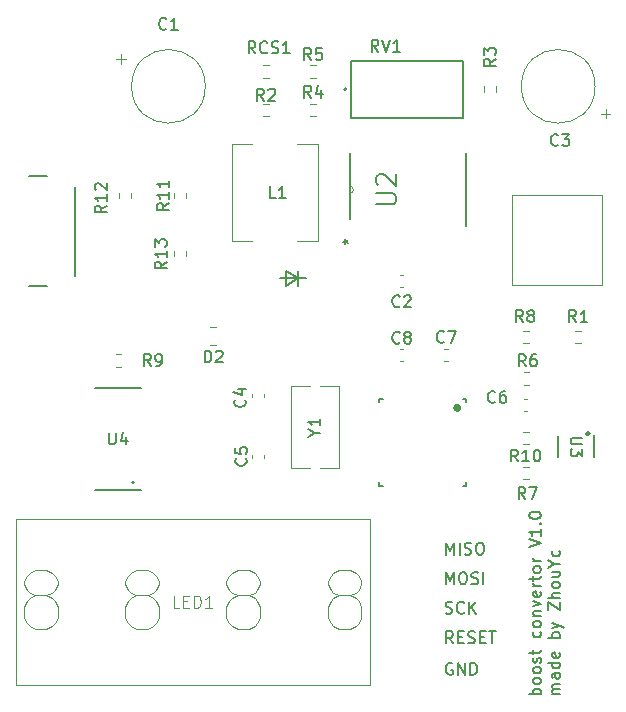
<source format=gbr>
G04 #@! TF.GenerationSoftware,KiCad,Pcbnew,9.0.4*
G04 #@! TF.CreationDate,2025-09-12T18:01:42+08:00*
G04 #@! TF.ProjectId,boost-convertor,626f6f73-742d-4636-9f6e-766572746f72,rev?*
G04 #@! TF.SameCoordinates,Original*
G04 #@! TF.FileFunction,Legend,Top*
G04 #@! TF.FilePolarity,Positive*
%FSLAX46Y46*%
G04 Gerber Fmt 4.6, Leading zero omitted, Abs format (unit mm)*
G04 Created by KiCad (PCBNEW 9.0.4) date 2025-09-12 18:01:42*
%MOMM*%
%LPD*%
G01*
G04 APERTURE LIST*
%ADD10C,0.150000*%
%ADD11C,0.100000*%
%ADD12C,0.152400*%
%ADD13C,0.200000*%
%ADD14C,0.127000*%
%ADD15C,0.225000*%
%ADD16C,0.367798*%
%ADD17C,0.120000*%
G04 APERTURE END LIST*
D10*
X134534875Y-104713220D02*
X133534875Y-104713220D01*
X133915827Y-104713220D02*
X133868208Y-104617982D01*
X133868208Y-104617982D02*
X133868208Y-104427506D01*
X133868208Y-104427506D02*
X133915827Y-104332268D01*
X133915827Y-104332268D02*
X133963446Y-104284649D01*
X133963446Y-104284649D02*
X134058684Y-104237030D01*
X134058684Y-104237030D02*
X134344398Y-104237030D01*
X134344398Y-104237030D02*
X134439636Y-104284649D01*
X134439636Y-104284649D02*
X134487256Y-104332268D01*
X134487256Y-104332268D02*
X134534875Y-104427506D01*
X134534875Y-104427506D02*
X134534875Y-104617982D01*
X134534875Y-104617982D02*
X134487256Y-104713220D01*
X134534875Y-103665601D02*
X134487256Y-103760839D01*
X134487256Y-103760839D02*
X134439636Y-103808458D01*
X134439636Y-103808458D02*
X134344398Y-103856077D01*
X134344398Y-103856077D02*
X134058684Y-103856077D01*
X134058684Y-103856077D02*
X133963446Y-103808458D01*
X133963446Y-103808458D02*
X133915827Y-103760839D01*
X133915827Y-103760839D02*
X133868208Y-103665601D01*
X133868208Y-103665601D02*
X133868208Y-103522744D01*
X133868208Y-103522744D02*
X133915827Y-103427506D01*
X133915827Y-103427506D02*
X133963446Y-103379887D01*
X133963446Y-103379887D02*
X134058684Y-103332268D01*
X134058684Y-103332268D02*
X134344398Y-103332268D01*
X134344398Y-103332268D02*
X134439636Y-103379887D01*
X134439636Y-103379887D02*
X134487256Y-103427506D01*
X134487256Y-103427506D02*
X134534875Y-103522744D01*
X134534875Y-103522744D02*
X134534875Y-103665601D01*
X134534875Y-102760839D02*
X134487256Y-102856077D01*
X134487256Y-102856077D02*
X134439636Y-102903696D01*
X134439636Y-102903696D02*
X134344398Y-102951315D01*
X134344398Y-102951315D02*
X134058684Y-102951315D01*
X134058684Y-102951315D02*
X133963446Y-102903696D01*
X133963446Y-102903696D02*
X133915827Y-102856077D01*
X133915827Y-102856077D02*
X133868208Y-102760839D01*
X133868208Y-102760839D02*
X133868208Y-102617982D01*
X133868208Y-102617982D02*
X133915827Y-102522744D01*
X133915827Y-102522744D02*
X133963446Y-102475125D01*
X133963446Y-102475125D02*
X134058684Y-102427506D01*
X134058684Y-102427506D02*
X134344398Y-102427506D01*
X134344398Y-102427506D02*
X134439636Y-102475125D01*
X134439636Y-102475125D02*
X134487256Y-102522744D01*
X134487256Y-102522744D02*
X134534875Y-102617982D01*
X134534875Y-102617982D02*
X134534875Y-102760839D01*
X134487256Y-102046553D02*
X134534875Y-101951315D01*
X134534875Y-101951315D02*
X134534875Y-101760839D01*
X134534875Y-101760839D02*
X134487256Y-101665601D01*
X134487256Y-101665601D02*
X134392017Y-101617982D01*
X134392017Y-101617982D02*
X134344398Y-101617982D01*
X134344398Y-101617982D02*
X134249160Y-101665601D01*
X134249160Y-101665601D02*
X134201541Y-101760839D01*
X134201541Y-101760839D02*
X134201541Y-101903696D01*
X134201541Y-101903696D02*
X134153922Y-101998934D01*
X134153922Y-101998934D02*
X134058684Y-102046553D01*
X134058684Y-102046553D02*
X134011065Y-102046553D01*
X134011065Y-102046553D02*
X133915827Y-101998934D01*
X133915827Y-101998934D02*
X133868208Y-101903696D01*
X133868208Y-101903696D02*
X133868208Y-101760839D01*
X133868208Y-101760839D02*
X133915827Y-101665601D01*
X133868208Y-101332267D02*
X133868208Y-100951315D01*
X133534875Y-101189410D02*
X134392017Y-101189410D01*
X134392017Y-101189410D02*
X134487256Y-101141791D01*
X134487256Y-101141791D02*
X134534875Y-101046553D01*
X134534875Y-101046553D02*
X134534875Y-100951315D01*
X134487256Y-99427505D02*
X134534875Y-99522743D01*
X134534875Y-99522743D02*
X134534875Y-99713219D01*
X134534875Y-99713219D02*
X134487256Y-99808457D01*
X134487256Y-99808457D02*
X134439636Y-99856076D01*
X134439636Y-99856076D02*
X134344398Y-99903695D01*
X134344398Y-99903695D02*
X134058684Y-99903695D01*
X134058684Y-99903695D02*
X133963446Y-99856076D01*
X133963446Y-99856076D02*
X133915827Y-99808457D01*
X133915827Y-99808457D02*
X133868208Y-99713219D01*
X133868208Y-99713219D02*
X133868208Y-99522743D01*
X133868208Y-99522743D02*
X133915827Y-99427505D01*
X134534875Y-98856076D02*
X134487256Y-98951314D01*
X134487256Y-98951314D02*
X134439636Y-98998933D01*
X134439636Y-98998933D02*
X134344398Y-99046552D01*
X134344398Y-99046552D02*
X134058684Y-99046552D01*
X134058684Y-99046552D02*
X133963446Y-98998933D01*
X133963446Y-98998933D02*
X133915827Y-98951314D01*
X133915827Y-98951314D02*
X133868208Y-98856076D01*
X133868208Y-98856076D02*
X133868208Y-98713219D01*
X133868208Y-98713219D02*
X133915827Y-98617981D01*
X133915827Y-98617981D02*
X133963446Y-98570362D01*
X133963446Y-98570362D02*
X134058684Y-98522743D01*
X134058684Y-98522743D02*
X134344398Y-98522743D01*
X134344398Y-98522743D02*
X134439636Y-98570362D01*
X134439636Y-98570362D02*
X134487256Y-98617981D01*
X134487256Y-98617981D02*
X134534875Y-98713219D01*
X134534875Y-98713219D02*
X134534875Y-98856076D01*
X133868208Y-98094171D02*
X134534875Y-98094171D01*
X133963446Y-98094171D02*
X133915827Y-98046552D01*
X133915827Y-98046552D02*
X133868208Y-97951314D01*
X133868208Y-97951314D02*
X133868208Y-97808457D01*
X133868208Y-97808457D02*
X133915827Y-97713219D01*
X133915827Y-97713219D02*
X134011065Y-97665600D01*
X134011065Y-97665600D02*
X134534875Y-97665600D01*
X133868208Y-97284647D02*
X134534875Y-97046552D01*
X134534875Y-97046552D02*
X133868208Y-96808457D01*
X134487256Y-96046552D02*
X134534875Y-96141790D01*
X134534875Y-96141790D02*
X134534875Y-96332266D01*
X134534875Y-96332266D02*
X134487256Y-96427504D01*
X134487256Y-96427504D02*
X134392017Y-96475123D01*
X134392017Y-96475123D02*
X134011065Y-96475123D01*
X134011065Y-96475123D02*
X133915827Y-96427504D01*
X133915827Y-96427504D02*
X133868208Y-96332266D01*
X133868208Y-96332266D02*
X133868208Y-96141790D01*
X133868208Y-96141790D02*
X133915827Y-96046552D01*
X133915827Y-96046552D02*
X134011065Y-95998933D01*
X134011065Y-95998933D02*
X134106303Y-95998933D01*
X134106303Y-95998933D02*
X134201541Y-96475123D01*
X134534875Y-95570361D02*
X133868208Y-95570361D01*
X134058684Y-95570361D02*
X133963446Y-95522742D01*
X133963446Y-95522742D02*
X133915827Y-95475123D01*
X133915827Y-95475123D02*
X133868208Y-95379885D01*
X133868208Y-95379885D02*
X133868208Y-95284647D01*
X133868208Y-95094170D02*
X133868208Y-94713218D01*
X133534875Y-94951313D02*
X134392017Y-94951313D01*
X134392017Y-94951313D02*
X134487256Y-94903694D01*
X134487256Y-94903694D02*
X134534875Y-94808456D01*
X134534875Y-94808456D02*
X134534875Y-94713218D01*
X134534875Y-94237027D02*
X134487256Y-94332265D01*
X134487256Y-94332265D02*
X134439636Y-94379884D01*
X134439636Y-94379884D02*
X134344398Y-94427503D01*
X134344398Y-94427503D02*
X134058684Y-94427503D01*
X134058684Y-94427503D02*
X133963446Y-94379884D01*
X133963446Y-94379884D02*
X133915827Y-94332265D01*
X133915827Y-94332265D02*
X133868208Y-94237027D01*
X133868208Y-94237027D02*
X133868208Y-94094170D01*
X133868208Y-94094170D02*
X133915827Y-93998932D01*
X133915827Y-93998932D02*
X133963446Y-93951313D01*
X133963446Y-93951313D02*
X134058684Y-93903694D01*
X134058684Y-93903694D02*
X134344398Y-93903694D01*
X134344398Y-93903694D02*
X134439636Y-93951313D01*
X134439636Y-93951313D02*
X134487256Y-93998932D01*
X134487256Y-93998932D02*
X134534875Y-94094170D01*
X134534875Y-94094170D02*
X134534875Y-94237027D01*
X134534875Y-93475122D02*
X133868208Y-93475122D01*
X134058684Y-93475122D02*
X133963446Y-93427503D01*
X133963446Y-93427503D02*
X133915827Y-93379884D01*
X133915827Y-93379884D02*
X133868208Y-93284646D01*
X133868208Y-93284646D02*
X133868208Y-93189408D01*
X133534875Y-92237026D02*
X134534875Y-91903693D01*
X134534875Y-91903693D02*
X133534875Y-91570360D01*
X134534875Y-90713217D02*
X134534875Y-91284645D01*
X134534875Y-90998931D02*
X133534875Y-90998931D01*
X133534875Y-90998931D02*
X133677732Y-91094169D01*
X133677732Y-91094169D02*
X133772970Y-91189407D01*
X133772970Y-91189407D02*
X133820589Y-91284645D01*
X134439636Y-90284645D02*
X134487256Y-90237026D01*
X134487256Y-90237026D02*
X134534875Y-90284645D01*
X134534875Y-90284645D02*
X134487256Y-90332264D01*
X134487256Y-90332264D02*
X134439636Y-90284645D01*
X134439636Y-90284645D02*
X134534875Y-90284645D01*
X133534875Y-89617979D02*
X133534875Y-89522741D01*
X133534875Y-89522741D02*
X133582494Y-89427503D01*
X133582494Y-89427503D02*
X133630113Y-89379884D01*
X133630113Y-89379884D02*
X133725351Y-89332265D01*
X133725351Y-89332265D02*
X133915827Y-89284646D01*
X133915827Y-89284646D02*
X134153922Y-89284646D01*
X134153922Y-89284646D02*
X134344398Y-89332265D01*
X134344398Y-89332265D02*
X134439636Y-89379884D01*
X134439636Y-89379884D02*
X134487256Y-89427503D01*
X134487256Y-89427503D02*
X134534875Y-89522741D01*
X134534875Y-89522741D02*
X134534875Y-89617979D01*
X134534875Y-89617979D02*
X134487256Y-89713217D01*
X134487256Y-89713217D02*
X134439636Y-89760836D01*
X134439636Y-89760836D02*
X134344398Y-89808455D01*
X134344398Y-89808455D02*
X134153922Y-89856074D01*
X134153922Y-89856074D02*
X133915827Y-89856074D01*
X133915827Y-89856074D02*
X133725351Y-89808455D01*
X133725351Y-89808455D02*
X133630113Y-89760836D01*
X133630113Y-89760836D02*
X133582494Y-89713217D01*
X133582494Y-89713217D02*
X133534875Y-89617979D01*
X136144819Y-104713220D02*
X135478152Y-104713220D01*
X135573390Y-104713220D02*
X135525771Y-104665601D01*
X135525771Y-104665601D02*
X135478152Y-104570363D01*
X135478152Y-104570363D02*
X135478152Y-104427506D01*
X135478152Y-104427506D02*
X135525771Y-104332268D01*
X135525771Y-104332268D02*
X135621009Y-104284649D01*
X135621009Y-104284649D02*
X136144819Y-104284649D01*
X135621009Y-104284649D02*
X135525771Y-104237030D01*
X135525771Y-104237030D02*
X135478152Y-104141792D01*
X135478152Y-104141792D02*
X135478152Y-103998935D01*
X135478152Y-103998935D02*
X135525771Y-103903696D01*
X135525771Y-103903696D02*
X135621009Y-103856077D01*
X135621009Y-103856077D02*
X136144819Y-103856077D01*
X136144819Y-102951316D02*
X135621009Y-102951316D01*
X135621009Y-102951316D02*
X135525771Y-102998935D01*
X135525771Y-102998935D02*
X135478152Y-103094173D01*
X135478152Y-103094173D02*
X135478152Y-103284649D01*
X135478152Y-103284649D02*
X135525771Y-103379887D01*
X136097200Y-102951316D02*
X136144819Y-103046554D01*
X136144819Y-103046554D02*
X136144819Y-103284649D01*
X136144819Y-103284649D02*
X136097200Y-103379887D01*
X136097200Y-103379887D02*
X136001961Y-103427506D01*
X136001961Y-103427506D02*
X135906723Y-103427506D01*
X135906723Y-103427506D02*
X135811485Y-103379887D01*
X135811485Y-103379887D02*
X135763866Y-103284649D01*
X135763866Y-103284649D02*
X135763866Y-103046554D01*
X135763866Y-103046554D02*
X135716247Y-102951316D01*
X136144819Y-102046554D02*
X135144819Y-102046554D01*
X136097200Y-102046554D02*
X136144819Y-102141792D01*
X136144819Y-102141792D02*
X136144819Y-102332268D01*
X136144819Y-102332268D02*
X136097200Y-102427506D01*
X136097200Y-102427506D02*
X136049580Y-102475125D01*
X136049580Y-102475125D02*
X135954342Y-102522744D01*
X135954342Y-102522744D02*
X135668628Y-102522744D01*
X135668628Y-102522744D02*
X135573390Y-102475125D01*
X135573390Y-102475125D02*
X135525771Y-102427506D01*
X135525771Y-102427506D02*
X135478152Y-102332268D01*
X135478152Y-102332268D02*
X135478152Y-102141792D01*
X135478152Y-102141792D02*
X135525771Y-102046554D01*
X136097200Y-101189411D02*
X136144819Y-101284649D01*
X136144819Y-101284649D02*
X136144819Y-101475125D01*
X136144819Y-101475125D02*
X136097200Y-101570363D01*
X136097200Y-101570363D02*
X136001961Y-101617982D01*
X136001961Y-101617982D02*
X135621009Y-101617982D01*
X135621009Y-101617982D02*
X135525771Y-101570363D01*
X135525771Y-101570363D02*
X135478152Y-101475125D01*
X135478152Y-101475125D02*
X135478152Y-101284649D01*
X135478152Y-101284649D02*
X135525771Y-101189411D01*
X135525771Y-101189411D02*
X135621009Y-101141792D01*
X135621009Y-101141792D02*
X135716247Y-101141792D01*
X135716247Y-101141792D02*
X135811485Y-101617982D01*
X136144819Y-99951315D02*
X135144819Y-99951315D01*
X135525771Y-99951315D02*
X135478152Y-99856077D01*
X135478152Y-99856077D02*
X135478152Y-99665601D01*
X135478152Y-99665601D02*
X135525771Y-99570363D01*
X135525771Y-99570363D02*
X135573390Y-99522744D01*
X135573390Y-99522744D02*
X135668628Y-99475125D01*
X135668628Y-99475125D02*
X135954342Y-99475125D01*
X135954342Y-99475125D02*
X136049580Y-99522744D01*
X136049580Y-99522744D02*
X136097200Y-99570363D01*
X136097200Y-99570363D02*
X136144819Y-99665601D01*
X136144819Y-99665601D02*
X136144819Y-99856077D01*
X136144819Y-99856077D02*
X136097200Y-99951315D01*
X135478152Y-99141791D02*
X136144819Y-98903696D01*
X135478152Y-98665601D02*
X136144819Y-98903696D01*
X136144819Y-98903696D02*
X136382914Y-98998934D01*
X136382914Y-98998934D02*
X136430533Y-99046553D01*
X136430533Y-99046553D02*
X136478152Y-99141791D01*
X135144819Y-97617981D02*
X135144819Y-96951315D01*
X135144819Y-96951315D02*
X136144819Y-97617981D01*
X136144819Y-97617981D02*
X136144819Y-96951315D01*
X136144819Y-96570362D02*
X135144819Y-96570362D01*
X136144819Y-96141791D02*
X135621009Y-96141791D01*
X135621009Y-96141791D02*
X135525771Y-96189410D01*
X135525771Y-96189410D02*
X135478152Y-96284648D01*
X135478152Y-96284648D02*
X135478152Y-96427505D01*
X135478152Y-96427505D02*
X135525771Y-96522743D01*
X135525771Y-96522743D02*
X135573390Y-96570362D01*
X136144819Y-95522743D02*
X136097200Y-95617981D01*
X136097200Y-95617981D02*
X136049580Y-95665600D01*
X136049580Y-95665600D02*
X135954342Y-95713219D01*
X135954342Y-95713219D02*
X135668628Y-95713219D01*
X135668628Y-95713219D02*
X135573390Y-95665600D01*
X135573390Y-95665600D02*
X135525771Y-95617981D01*
X135525771Y-95617981D02*
X135478152Y-95522743D01*
X135478152Y-95522743D02*
X135478152Y-95379886D01*
X135478152Y-95379886D02*
X135525771Y-95284648D01*
X135525771Y-95284648D02*
X135573390Y-95237029D01*
X135573390Y-95237029D02*
X135668628Y-95189410D01*
X135668628Y-95189410D02*
X135954342Y-95189410D01*
X135954342Y-95189410D02*
X136049580Y-95237029D01*
X136049580Y-95237029D02*
X136097200Y-95284648D01*
X136097200Y-95284648D02*
X136144819Y-95379886D01*
X136144819Y-95379886D02*
X136144819Y-95522743D01*
X135478152Y-94332267D02*
X136144819Y-94332267D01*
X135478152Y-94760838D02*
X136001961Y-94760838D01*
X136001961Y-94760838D02*
X136097200Y-94713219D01*
X136097200Y-94713219D02*
X136144819Y-94617981D01*
X136144819Y-94617981D02*
X136144819Y-94475124D01*
X136144819Y-94475124D02*
X136097200Y-94379886D01*
X136097200Y-94379886D02*
X136049580Y-94332267D01*
X135668628Y-93665600D02*
X136144819Y-93665600D01*
X135144819Y-93998933D02*
X135668628Y-93665600D01*
X135668628Y-93665600D02*
X135144819Y-93332267D01*
X136097200Y-92570362D02*
X136144819Y-92665600D01*
X136144819Y-92665600D02*
X136144819Y-92856076D01*
X136144819Y-92856076D02*
X136097200Y-92951314D01*
X136097200Y-92951314D02*
X136049580Y-92998933D01*
X136049580Y-92998933D02*
X135954342Y-93046552D01*
X135954342Y-93046552D02*
X135668628Y-93046552D01*
X135668628Y-93046552D02*
X135573390Y-92998933D01*
X135573390Y-92998933D02*
X135525771Y-92951314D01*
X135525771Y-92951314D02*
X135478152Y-92856076D01*
X135478152Y-92856076D02*
X135478152Y-92665600D01*
X135478152Y-92665600D02*
X135525771Y-92570362D01*
X97948095Y-82574819D02*
X97948095Y-83384342D01*
X97948095Y-83384342D02*
X97995714Y-83479580D01*
X97995714Y-83479580D02*
X98043333Y-83527200D01*
X98043333Y-83527200D02*
X98138571Y-83574819D01*
X98138571Y-83574819D02*
X98329047Y-83574819D01*
X98329047Y-83574819D02*
X98424285Y-83527200D01*
X98424285Y-83527200D02*
X98471904Y-83479580D01*
X98471904Y-83479580D02*
X98519523Y-83384342D01*
X98519523Y-83384342D02*
X98519523Y-82574819D01*
X99424285Y-82908152D02*
X99424285Y-83574819D01*
X99186190Y-82527200D02*
X98948095Y-83241485D01*
X98948095Y-83241485D02*
X99567142Y-83241485D01*
D11*
X103930952Y-97377419D02*
X103454762Y-97377419D01*
X103454762Y-97377419D02*
X103454762Y-96377419D01*
X104264286Y-96853609D02*
X104597619Y-96853609D01*
X104740476Y-97377419D02*
X104264286Y-97377419D01*
X104264286Y-97377419D02*
X104264286Y-96377419D01*
X104264286Y-96377419D02*
X104740476Y-96377419D01*
X105169048Y-97377419D02*
X105169048Y-96377419D01*
X105169048Y-96377419D02*
X105407143Y-96377419D01*
X105407143Y-96377419D02*
X105550000Y-96425038D01*
X105550000Y-96425038D02*
X105645238Y-96520276D01*
X105645238Y-96520276D02*
X105692857Y-96615514D01*
X105692857Y-96615514D02*
X105740476Y-96805990D01*
X105740476Y-96805990D02*
X105740476Y-96948847D01*
X105740476Y-96948847D02*
X105692857Y-97139323D01*
X105692857Y-97139323D02*
X105645238Y-97234561D01*
X105645238Y-97234561D02*
X105550000Y-97329800D01*
X105550000Y-97329800D02*
X105407143Y-97377419D01*
X105407143Y-97377419D02*
X105169048Y-97377419D01*
X106692857Y-97377419D02*
X106121429Y-97377419D01*
X106407143Y-97377419D02*
X106407143Y-96377419D01*
X106407143Y-96377419D02*
X106311905Y-96520276D01*
X106311905Y-96520276D02*
X106216667Y-96615514D01*
X106216667Y-96615514D02*
X106121429Y-96663133D01*
X91720550Y-96345752D02*
X91244360Y-96107657D01*
X91244360Y-96107657D02*
X91006265Y-95869561D01*
X91006265Y-95869561D02*
X90768169Y-95393371D01*
X90768169Y-95393371D02*
X90768169Y-95155276D01*
X90768169Y-95155276D02*
X91006265Y-94679085D01*
X91006265Y-94679085D02*
X91244360Y-94440990D01*
X91244360Y-94440990D02*
X91720550Y-94202895D01*
X91720550Y-94202895D02*
X92672931Y-94202895D01*
X92672931Y-94202895D02*
X93149122Y-94440990D01*
X93149122Y-94440990D02*
X93387217Y-94679085D01*
X93387217Y-94679085D02*
X93625312Y-95155276D01*
X93625312Y-95155276D02*
X93625312Y-95393371D01*
X93625312Y-95393371D02*
X93387217Y-95869561D01*
X93387217Y-95869561D02*
X93149122Y-96107657D01*
X93149122Y-96107657D02*
X92672931Y-96345752D01*
X92672931Y-96345752D02*
X91720550Y-96345752D01*
X91720550Y-96345752D02*
X91244360Y-96583847D01*
X91244360Y-96583847D02*
X91006265Y-96821942D01*
X91006265Y-96821942D02*
X90768169Y-97298133D01*
X90768169Y-97298133D02*
X90768169Y-98250514D01*
X90768169Y-98250514D02*
X91006265Y-98726704D01*
X91006265Y-98726704D02*
X91244360Y-98964800D01*
X91244360Y-98964800D02*
X91720550Y-99202895D01*
X91720550Y-99202895D02*
X92672931Y-99202895D01*
X92672931Y-99202895D02*
X93149122Y-98964800D01*
X93149122Y-98964800D02*
X93387217Y-98726704D01*
X93387217Y-98726704D02*
X93625312Y-98250514D01*
X93625312Y-98250514D02*
X93625312Y-97298133D01*
X93625312Y-97298133D02*
X93387217Y-96821942D01*
X93387217Y-96821942D02*
X93149122Y-96583847D01*
X93149122Y-96583847D02*
X92672931Y-96345752D01*
X100291979Y-96345752D02*
X99815789Y-96107657D01*
X99815789Y-96107657D02*
X99577694Y-95869561D01*
X99577694Y-95869561D02*
X99339598Y-95393371D01*
X99339598Y-95393371D02*
X99339598Y-95155276D01*
X99339598Y-95155276D02*
X99577694Y-94679085D01*
X99577694Y-94679085D02*
X99815789Y-94440990D01*
X99815789Y-94440990D02*
X100291979Y-94202895D01*
X100291979Y-94202895D02*
X101244360Y-94202895D01*
X101244360Y-94202895D02*
X101720551Y-94440990D01*
X101720551Y-94440990D02*
X101958646Y-94679085D01*
X101958646Y-94679085D02*
X102196741Y-95155276D01*
X102196741Y-95155276D02*
X102196741Y-95393371D01*
X102196741Y-95393371D02*
X101958646Y-95869561D01*
X101958646Y-95869561D02*
X101720551Y-96107657D01*
X101720551Y-96107657D02*
X101244360Y-96345752D01*
X101244360Y-96345752D02*
X100291979Y-96345752D01*
X100291979Y-96345752D02*
X99815789Y-96583847D01*
X99815789Y-96583847D02*
X99577694Y-96821942D01*
X99577694Y-96821942D02*
X99339598Y-97298133D01*
X99339598Y-97298133D02*
X99339598Y-98250514D01*
X99339598Y-98250514D02*
X99577694Y-98726704D01*
X99577694Y-98726704D02*
X99815789Y-98964800D01*
X99815789Y-98964800D02*
X100291979Y-99202895D01*
X100291979Y-99202895D02*
X101244360Y-99202895D01*
X101244360Y-99202895D02*
X101720551Y-98964800D01*
X101720551Y-98964800D02*
X101958646Y-98726704D01*
X101958646Y-98726704D02*
X102196741Y-98250514D01*
X102196741Y-98250514D02*
X102196741Y-97298133D01*
X102196741Y-97298133D02*
X101958646Y-96821942D01*
X101958646Y-96821942D02*
X101720551Y-96583847D01*
X101720551Y-96583847D02*
X101244360Y-96345752D01*
X108863408Y-96345752D02*
X108387218Y-96107657D01*
X108387218Y-96107657D02*
X108149123Y-95869561D01*
X108149123Y-95869561D02*
X107911027Y-95393371D01*
X107911027Y-95393371D02*
X107911027Y-95155276D01*
X107911027Y-95155276D02*
X108149123Y-94679085D01*
X108149123Y-94679085D02*
X108387218Y-94440990D01*
X108387218Y-94440990D02*
X108863408Y-94202895D01*
X108863408Y-94202895D02*
X109815789Y-94202895D01*
X109815789Y-94202895D02*
X110291980Y-94440990D01*
X110291980Y-94440990D02*
X110530075Y-94679085D01*
X110530075Y-94679085D02*
X110768170Y-95155276D01*
X110768170Y-95155276D02*
X110768170Y-95393371D01*
X110768170Y-95393371D02*
X110530075Y-95869561D01*
X110530075Y-95869561D02*
X110291980Y-96107657D01*
X110291980Y-96107657D02*
X109815789Y-96345752D01*
X109815789Y-96345752D02*
X108863408Y-96345752D01*
X108863408Y-96345752D02*
X108387218Y-96583847D01*
X108387218Y-96583847D02*
X108149123Y-96821942D01*
X108149123Y-96821942D02*
X107911027Y-97298133D01*
X107911027Y-97298133D02*
X107911027Y-98250514D01*
X107911027Y-98250514D02*
X108149123Y-98726704D01*
X108149123Y-98726704D02*
X108387218Y-98964800D01*
X108387218Y-98964800D02*
X108863408Y-99202895D01*
X108863408Y-99202895D02*
X109815789Y-99202895D01*
X109815789Y-99202895D02*
X110291980Y-98964800D01*
X110291980Y-98964800D02*
X110530075Y-98726704D01*
X110530075Y-98726704D02*
X110768170Y-98250514D01*
X110768170Y-98250514D02*
X110768170Y-97298133D01*
X110768170Y-97298133D02*
X110530075Y-96821942D01*
X110530075Y-96821942D02*
X110291980Y-96583847D01*
X110291980Y-96583847D02*
X109815789Y-96345752D01*
X117434837Y-96345752D02*
X116958647Y-96107657D01*
X116958647Y-96107657D02*
X116720552Y-95869561D01*
X116720552Y-95869561D02*
X116482456Y-95393371D01*
X116482456Y-95393371D02*
X116482456Y-95155276D01*
X116482456Y-95155276D02*
X116720552Y-94679085D01*
X116720552Y-94679085D02*
X116958647Y-94440990D01*
X116958647Y-94440990D02*
X117434837Y-94202895D01*
X117434837Y-94202895D02*
X118387218Y-94202895D01*
X118387218Y-94202895D02*
X118863409Y-94440990D01*
X118863409Y-94440990D02*
X119101504Y-94679085D01*
X119101504Y-94679085D02*
X119339599Y-95155276D01*
X119339599Y-95155276D02*
X119339599Y-95393371D01*
X119339599Y-95393371D02*
X119101504Y-95869561D01*
X119101504Y-95869561D02*
X118863409Y-96107657D01*
X118863409Y-96107657D02*
X118387218Y-96345752D01*
X118387218Y-96345752D02*
X117434837Y-96345752D01*
X117434837Y-96345752D02*
X116958647Y-96583847D01*
X116958647Y-96583847D02*
X116720552Y-96821942D01*
X116720552Y-96821942D02*
X116482456Y-97298133D01*
X116482456Y-97298133D02*
X116482456Y-98250514D01*
X116482456Y-98250514D02*
X116720552Y-98726704D01*
X116720552Y-98726704D02*
X116958647Y-98964800D01*
X116958647Y-98964800D02*
X117434837Y-99202895D01*
X117434837Y-99202895D02*
X118387218Y-99202895D01*
X118387218Y-99202895D02*
X118863409Y-98964800D01*
X118863409Y-98964800D02*
X119101504Y-98726704D01*
X119101504Y-98726704D02*
X119339599Y-98250514D01*
X119339599Y-98250514D02*
X119339599Y-97298133D01*
X119339599Y-97298133D02*
X119101504Y-96821942D01*
X119101504Y-96821942D02*
X118863409Y-96583847D01*
X118863409Y-96583847D02*
X118387218Y-96345752D01*
D10*
X138045180Y-82988095D02*
X137235657Y-82988095D01*
X137235657Y-82988095D02*
X137140419Y-83035714D01*
X137140419Y-83035714D02*
X137092800Y-83083333D01*
X137092800Y-83083333D02*
X137045180Y-83178571D01*
X137045180Y-83178571D02*
X137045180Y-83369047D01*
X137045180Y-83369047D02*
X137092800Y-83464285D01*
X137092800Y-83464285D02*
X137140419Y-83511904D01*
X137140419Y-83511904D02*
X137235657Y-83559523D01*
X137235657Y-83559523D02*
X138045180Y-83559523D01*
X138045180Y-83940476D02*
X138045180Y-84559523D01*
X138045180Y-84559523D02*
X137664228Y-84226190D01*
X137664228Y-84226190D02*
X137664228Y-84369047D01*
X137664228Y-84369047D02*
X137616609Y-84464285D01*
X137616609Y-84464285D02*
X137568990Y-84511904D01*
X137568990Y-84511904D02*
X137473752Y-84559523D01*
X137473752Y-84559523D02*
X137235657Y-84559523D01*
X137235657Y-84559523D02*
X137140419Y-84511904D01*
X137140419Y-84511904D02*
X137092800Y-84464285D01*
X137092800Y-84464285D02*
X137045180Y-84369047D01*
X137045180Y-84369047D02*
X137045180Y-84083333D01*
X137045180Y-84083333D02*
X137092800Y-83988095D01*
X137092800Y-83988095D02*
X137140419Y-83940476D01*
X109559580Y-84741666D02*
X109607200Y-84789285D01*
X109607200Y-84789285D02*
X109654819Y-84932142D01*
X109654819Y-84932142D02*
X109654819Y-85027380D01*
X109654819Y-85027380D02*
X109607200Y-85170237D01*
X109607200Y-85170237D02*
X109511961Y-85265475D01*
X109511961Y-85265475D02*
X109416723Y-85313094D01*
X109416723Y-85313094D02*
X109226247Y-85360713D01*
X109226247Y-85360713D02*
X109083390Y-85360713D01*
X109083390Y-85360713D02*
X108892914Y-85313094D01*
X108892914Y-85313094D02*
X108797676Y-85265475D01*
X108797676Y-85265475D02*
X108702438Y-85170237D01*
X108702438Y-85170237D02*
X108654819Y-85027380D01*
X108654819Y-85027380D02*
X108654819Y-84932142D01*
X108654819Y-84932142D02*
X108702438Y-84789285D01*
X108702438Y-84789285D02*
X108750057Y-84741666D01*
X108654819Y-83836904D02*
X108654819Y-84313094D01*
X108654819Y-84313094D02*
X109131009Y-84360713D01*
X109131009Y-84360713D02*
X109083390Y-84313094D01*
X109083390Y-84313094D02*
X109035771Y-84217856D01*
X109035771Y-84217856D02*
X109035771Y-83979761D01*
X109035771Y-83979761D02*
X109083390Y-83884523D01*
X109083390Y-83884523D02*
X109131009Y-83836904D01*
X109131009Y-83836904D02*
X109226247Y-83789285D01*
X109226247Y-83789285D02*
X109464342Y-83789285D01*
X109464342Y-83789285D02*
X109559580Y-83836904D01*
X109559580Y-83836904D02*
X109607200Y-83884523D01*
X109607200Y-83884523D02*
X109654819Y-83979761D01*
X109654819Y-83979761D02*
X109654819Y-84217856D01*
X109654819Y-84217856D02*
X109607200Y-84313094D01*
X109607200Y-84313094D02*
X109559580Y-84360713D01*
X120610896Y-63249523D02*
X121938515Y-63249523D01*
X121938515Y-63249523D02*
X122094705Y-63171428D01*
X122094705Y-63171428D02*
X122172801Y-63093333D01*
X122172801Y-63093333D02*
X122250896Y-62937142D01*
X122250896Y-62937142D02*
X122250896Y-62624761D01*
X122250896Y-62624761D02*
X122172801Y-62468571D01*
X122172801Y-62468571D02*
X122094705Y-62390476D01*
X122094705Y-62390476D02*
X121938515Y-62312380D01*
X121938515Y-62312380D02*
X120610896Y-62312380D01*
X120767086Y-61609524D02*
X120688991Y-61531428D01*
X120688991Y-61531428D02*
X120610896Y-61375238D01*
X120610896Y-61375238D02*
X120610896Y-60984762D01*
X120610896Y-60984762D02*
X120688991Y-60828571D01*
X120688991Y-60828571D02*
X120767086Y-60750476D01*
X120767086Y-60750476D02*
X120923277Y-60672381D01*
X120923277Y-60672381D02*
X121079467Y-60672381D01*
X121079467Y-60672381D02*
X121313753Y-60750476D01*
X121313753Y-60750476D02*
X122250896Y-61687619D01*
X122250896Y-61687619D02*
X122250896Y-60672381D01*
X117777219Y-66394199D02*
X118015314Y-66394199D01*
X117920076Y-66632294D02*
X118015314Y-66394199D01*
X118015314Y-66394199D02*
X117920076Y-66156104D01*
X118205790Y-66537056D02*
X118015314Y-66394199D01*
X118015314Y-66394199D02*
X118205790Y-66251342D01*
X122583333Y-74929580D02*
X122535714Y-74977200D01*
X122535714Y-74977200D02*
X122392857Y-75024819D01*
X122392857Y-75024819D02*
X122297619Y-75024819D01*
X122297619Y-75024819D02*
X122154762Y-74977200D01*
X122154762Y-74977200D02*
X122059524Y-74881961D01*
X122059524Y-74881961D02*
X122011905Y-74786723D01*
X122011905Y-74786723D02*
X121964286Y-74596247D01*
X121964286Y-74596247D02*
X121964286Y-74453390D01*
X121964286Y-74453390D02*
X122011905Y-74262914D01*
X122011905Y-74262914D02*
X122059524Y-74167676D01*
X122059524Y-74167676D02*
X122154762Y-74072438D01*
X122154762Y-74072438D02*
X122297619Y-74024819D01*
X122297619Y-74024819D02*
X122392857Y-74024819D01*
X122392857Y-74024819D02*
X122535714Y-74072438D01*
X122535714Y-74072438D02*
X122583333Y-74120057D01*
X123154762Y-74453390D02*
X123059524Y-74405771D01*
X123059524Y-74405771D02*
X123011905Y-74358152D01*
X123011905Y-74358152D02*
X122964286Y-74262914D01*
X122964286Y-74262914D02*
X122964286Y-74215295D01*
X122964286Y-74215295D02*
X123011905Y-74120057D01*
X123011905Y-74120057D02*
X123059524Y-74072438D01*
X123059524Y-74072438D02*
X123154762Y-74024819D01*
X123154762Y-74024819D02*
X123345238Y-74024819D01*
X123345238Y-74024819D02*
X123440476Y-74072438D01*
X123440476Y-74072438D02*
X123488095Y-74120057D01*
X123488095Y-74120057D02*
X123535714Y-74215295D01*
X123535714Y-74215295D02*
X123535714Y-74262914D01*
X123535714Y-74262914D02*
X123488095Y-74358152D01*
X123488095Y-74358152D02*
X123440476Y-74405771D01*
X123440476Y-74405771D02*
X123345238Y-74453390D01*
X123345238Y-74453390D02*
X123154762Y-74453390D01*
X123154762Y-74453390D02*
X123059524Y-74501009D01*
X123059524Y-74501009D02*
X123011905Y-74548628D01*
X123011905Y-74548628D02*
X122964286Y-74643866D01*
X122964286Y-74643866D02*
X122964286Y-74834342D01*
X122964286Y-74834342D02*
X123011905Y-74929580D01*
X123011905Y-74929580D02*
X123059524Y-74977200D01*
X123059524Y-74977200D02*
X123154762Y-75024819D01*
X123154762Y-75024819D02*
X123345238Y-75024819D01*
X123345238Y-75024819D02*
X123440476Y-74977200D01*
X123440476Y-74977200D02*
X123488095Y-74929580D01*
X123488095Y-74929580D02*
X123535714Y-74834342D01*
X123535714Y-74834342D02*
X123535714Y-74643866D01*
X123535714Y-74643866D02*
X123488095Y-74548628D01*
X123488095Y-74548628D02*
X123440476Y-74501009D01*
X123440476Y-74501009D02*
X123345238Y-74453390D01*
X109459580Y-79766666D02*
X109507200Y-79814285D01*
X109507200Y-79814285D02*
X109554819Y-79957142D01*
X109554819Y-79957142D02*
X109554819Y-80052380D01*
X109554819Y-80052380D02*
X109507200Y-80195237D01*
X109507200Y-80195237D02*
X109411961Y-80290475D01*
X109411961Y-80290475D02*
X109316723Y-80338094D01*
X109316723Y-80338094D02*
X109126247Y-80385713D01*
X109126247Y-80385713D02*
X108983390Y-80385713D01*
X108983390Y-80385713D02*
X108792914Y-80338094D01*
X108792914Y-80338094D02*
X108697676Y-80290475D01*
X108697676Y-80290475D02*
X108602438Y-80195237D01*
X108602438Y-80195237D02*
X108554819Y-80052380D01*
X108554819Y-80052380D02*
X108554819Y-79957142D01*
X108554819Y-79957142D02*
X108602438Y-79814285D01*
X108602438Y-79814285D02*
X108650057Y-79766666D01*
X108888152Y-78909523D02*
X109554819Y-78909523D01*
X108507200Y-79147618D02*
X109221485Y-79385713D01*
X109221485Y-79385713D02*
X109221485Y-78766666D01*
X110357142Y-50454819D02*
X110023809Y-49978628D01*
X109785714Y-50454819D02*
X109785714Y-49454819D01*
X109785714Y-49454819D02*
X110166666Y-49454819D01*
X110166666Y-49454819D02*
X110261904Y-49502438D01*
X110261904Y-49502438D02*
X110309523Y-49550057D01*
X110309523Y-49550057D02*
X110357142Y-49645295D01*
X110357142Y-49645295D02*
X110357142Y-49788152D01*
X110357142Y-49788152D02*
X110309523Y-49883390D01*
X110309523Y-49883390D02*
X110261904Y-49931009D01*
X110261904Y-49931009D02*
X110166666Y-49978628D01*
X110166666Y-49978628D02*
X109785714Y-49978628D01*
X111357142Y-50359580D02*
X111309523Y-50407200D01*
X111309523Y-50407200D02*
X111166666Y-50454819D01*
X111166666Y-50454819D02*
X111071428Y-50454819D01*
X111071428Y-50454819D02*
X110928571Y-50407200D01*
X110928571Y-50407200D02*
X110833333Y-50311961D01*
X110833333Y-50311961D02*
X110785714Y-50216723D01*
X110785714Y-50216723D02*
X110738095Y-50026247D01*
X110738095Y-50026247D02*
X110738095Y-49883390D01*
X110738095Y-49883390D02*
X110785714Y-49692914D01*
X110785714Y-49692914D02*
X110833333Y-49597676D01*
X110833333Y-49597676D02*
X110928571Y-49502438D01*
X110928571Y-49502438D02*
X111071428Y-49454819D01*
X111071428Y-49454819D02*
X111166666Y-49454819D01*
X111166666Y-49454819D02*
X111309523Y-49502438D01*
X111309523Y-49502438D02*
X111357142Y-49550057D01*
X111738095Y-50407200D02*
X111880952Y-50454819D01*
X111880952Y-50454819D02*
X112119047Y-50454819D01*
X112119047Y-50454819D02*
X112214285Y-50407200D01*
X112214285Y-50407200D02*
X112261904Y-50359580D01*
X112261904Y-50359580D02*
X112309523Y-50264342D01*
X112309523Y-50264342D02*
X112309523Y-50169104D01*
X112309523Y-50169104D02*
X112261904Y-50073866D01*
X112261904Y-50073866D02*
X112214285Y-50026247D01*
X112214285Y-50026247D02*
X112119047Y-49978628D01*
X112119047Y-49978628D02*
X111928571Y-49931009D01*
X111928571Y-49931009D02*
X111833333Y-49883390D01*
X111833333Y-49883390D02*
X111785714Y-49835771D01*
X111785714Y-49835771D02*
X111738095Y-49740533D01*
X111738095Y-49740533D02*
X111738095Y-49645295D01*
X111738095Y-49645295D02*
X111785714Y-49550057D01*
X111785714Y-49550057D02*
X111833333Y-49502438D01*
X111833333Y-49502438D02*
X111928571Y-49454819D01*
X111928571Y-49454819D02*
X112166666Y-49454819D01*
X112166666Y-49454819D02*
X112309523Y-49502438D01*
X113261904Y-50454819D02*
X112690476Y-50454819D01*
X112976190Y-50454819D02*
X112976190Y-49454819D01*
X112976190Y-49454819D02*
X112880952Y-49597676D01*
X112880952Y-49597676D02*
X112785714Y-49692914D01*
X112785714Y-49692914D02*
X112690476Y-49740533D01*
X97754819Y-63342857D02*
X97278628Y-63676190D01*
X97754819Y-63914285D02*
X96754819Y-63914285D01*
X96754819Y-63914285D02*
X96754819Y-63533333D01*
X96754819Y-63533333D02*
X96802438Y-63438095D01*
X96802438Y-63438095D02*
X96850057Y-63390476D01*
X96850057Y-63390476D02*
X96945295Y-63342857D01*
X96945295Y-63342857D02*
X97088152Y-63342857D01*
X97088152Y-63342857D02*
X97183390Y-63390476D01*
X97183390Y-63390476D02*
X97231009Y-63438095D01*
X97231009Y-63438095D02*
X97278628Y-63533333D01*
X97278628Y-63533333D02*
X97278628Y-63914285D01*
X97754819Y-62390476D02*
X97754819Y-62961904D01*
X97754819Y-62676190D02*
X96754819Y-62676190D01*
X96754819Y-62676190D02*
X96897676Y-62771428D01*
X96897676Y-62771428D02*
X96992914Y-62866666D01*
X96992914Y-62866666D02*
X97040533Y-62961904D01*
X96850057Y-62009523D02*
X96802438Y-61961904D01*
X96802438Y-61961904D02*
X96754819Y-61866666D01*
X96754819Y-61866666D02*
X96754819Y-61628571D01*
X96754819Y-61628571D02*
X96802438Y-61533333D01*
X96802438Y-61533333D02*
X96850057Y-61485714D01*
X96850057Y-61485714D02*
X96945295Y-61438095D01*
X96945295Y-61438095D02*
X97040533Y-61438095D01*
X97040533Y-61438095D02*
X97183390Y-61485714D01*
X97183390Y-61485714D02*
X97754819Y-62057142D01*
X97754819Y-62057142D02*
X97754819Y-61438095D01*
X115083333Y-54204819D02*
X114750000Y-53728628D01*
X114511905Y-54204819D02*
X114511905Y-53204819D01*
X114511905Y-53204819D02*
X114892857Y-53204819D01*
X114892857Y-53204819D02*
X114988095Y-53252438D01*
X114988095Y-53252438D02*
X115035714Y-53300057D01*
X115035714Y-53300057D02*
X115083333Y-53395295D01*
X115083333Y-53395295D02*
X115083333Y-53538152D01*
X115083333Y-53538152D02*
X115035714Y-53633390D01*
X115035714Y-53633390D02*
X114988095Y-53681009D01*
X114988095Y-53681009D02*
X114892857Y-53728628D01*
X114892857Y-53728628D02*
X114511905Y-53728628D01*
X115940476Y-53538152D02*
X115940476Y-54204819D01*
X115702381Y-53157200D02*
X115464286Y-53871485D01*
X115464286Y-53871485D02*
X116083333Y-53871485D01*
X106061905Y-76629819D02*
X106061905Y-75629819D01*
X106061905Y-75629819D02*
X106300000Y-75629819D01*
X106300000Y-75629819D02*
X106442857Y-75677438D01*
X106442857Y-75677438D02*
X106538095Y-75772676D01*
X106538095Y-75772676D02*
X106585714Y-75867914D01*
X106585714Y-75867914D02*
X106633333Y-76058390D01*
X106633333Y-76058390D02*
X106633333Y-76201247D01*
X106633333Y-76201247D02*
X106585714Y-76391723D01*
X106585714Y-76391723D02*
X106538095Y-76486961D01*
X106538095Y-76486961D02*
X106442857Y-76582200D01*
X106442857Y-76582200D02*
X106300000Y-76629819D01*
X106300000Y-76629819D02*
X106061905Y-76629819D01*
X107014286Y-75725057D02*
X107061905Y-75677438D01*
X107061905Y-75677438D02*
X107157143Y-75629819D01*
X107157143Y-75629819D02*
X107395238Y-75629819D01*
X107395238Y-75629819D02*
X107490476Y-75677438D01*
X107490476Y-75677438D02*
X107538095Y-75725057D01*
X107538095Y-75725057D02*
X107585714Y-75820295D01*
X107585714Y-75820295D02*
X107585714Y-75915533D01*
X107585714Y-75915533D02*
X107538095Y-76058390D01*
X107538095Y-76058390D02*
X106966667Y-76629819D01*
X106966667Y-76629819D02*
X107585714Y-76629819D01*
X115083333Y-51024819D02*
X114750000Y-50548628D01*
X114511905Y-51024819D02*
X114511905Y-50024819D01*
X114511905Y-50024819D02*
X114892857Y-50024819D01*
X114892857Y-50024819D02*
X114988095Y-50072438D01*
X114988095Y-50072438D02*
X115035714Y-50120057D01*
X115035714Y-50120057D02*
X115083333Y-50215295D01*
X115083333Y-50215295D02*
X115083333Y-50358152D01*
X115083333Y-50358152D02*
X115035714Y-50453390D01*
X115035714Y-50453390D02*
X114988095Y-50501009D01*
X114988095Y-50501009D02*
X114892857Y-50548628D01*
X114892857Y-50548628D02*
X114511905Y-50548628D01*
X115988095Y-50024819D02*
X115511905Y-50024819D01*
X115511905Y-50024819D02*
X115464286Y-50501009D01*
X115464286Y-50501009D02*
X115511905Y-50453390D01*
X115511905Y-50453390D02*
X115607143Y-50405771D01*
X115607143Y-50405771D02*
X115845238Y-50405771D01*
X115845238Y-50405771D02*
X115940476Y-50453390D01*
X115940476Y-50453390D02*
X115988095Y-50501009D01*
X115988095Y-50501009D02*
X116035714Y-50596247D01*
X116035714Y-50596247D02*
X116035714Y-50834342D01*
X116035714Y-50834342D02*
X115988095Y-50929580D01*
X115988095Y-50929580D02*
X115940476Y-50977200D01*
X115940476Y-50977200D02*
X115845238Y-51024819D01*
X115845238Y-51024819D02*
X115607143Y-51024819D01*
X115607143Y-51024819D02*
X115511905Y-50977200D01*
X115511905Y-50977200D02*
X115464286Y-50929580D01*
X133213333Y-88194819D02*
X132880000Y-87718628D01*
X132641905Y-88194819D02*
X132641905Y-87194819D01*
X132641905Y-87194819D02*
X133022857Y-87194819D01*
X133022857Y-87194819D02*
X133118095Y-87242438D01*
X133118095Y-87242438D02*
X133165714Y-87290057D01*
X133165714Y-87290057D02*
X133213333Y-87385295D01*
X133213333Y-87385295D02*
X133213333Y-87528152D01*
X133213333Y-87528152D02*
X133165714Y-87623390D01*
X133165714Y-87623390D02*
X133118095Y-87671009D01*
X133118095Y-87671009D02*
X133022857Y-87718628D01*
X133022857Y-87718628D02*
X132641905Y-87718628D01*
X133546667Y-87194819D02*
X134213333Y-87194819D01*
X134213333Y-87194819D02*
X133784762Y-88194819D01*
X126333333Y-74859580D02*
X126285714Y-74907200D01*
X126285714Y-74907200D02*
X126142857Y-74954819D01*
X126142857Y-74954819D02*
X126047619Y-74954819D01*
X126047619Y-74954819D02*
X125904762Y-74907200D01*
X125904762Y-74907200D02*
X125809524Y-74811961D01*
X125809524Y-74811961D02*
X125761905Y-74716723D01*
X125761905Y-74716723D02*
X125714286Y-74526247D01*
X125714286Y-74526247D02*
X125714286Y-74383390D01*
X125714286Y-74383390D02*
X125761905Y-74192914D01*
X125761905Y-74192914D02*
X125809524Y-74097676D01*
X125809524Y-74097676D02*
X125904762Y-74002438D01*
X125904762Y-74002438D02*
X126047619Y-73954819D01*
X126047619Y-73954819D02*
X126142857Y-73954819D01*
X126142857Y-73954819D02*
X126285714Y-74002438D01*
X126285714Y-74002438D02*
X126333333Y-74050057D01*
X126666667Y-73954819D02*
X127333333Y-73954819D01*
X127333333Y-73954819D02*
X126904762Y-74954819D01*
X132587142Y-85004819D02*
X132253809Y-84528628D01*
X132015714Y-85004819D02*
X132015714Y-84004819D01*
X132015714Y-84004819D02*
X132396666Y-84004819D01*
X132396666Y-84004819D02*
X132491904Y-84052438D01*
X132491904Y-84052438D02*
X132539523Y-84100057D01*
X132539523Y-84100057D02*
X132587142Y-84195295D01*
X132587142Y-84195295D02*
X132587142Y-84338152D01*
X132587142Y-84338152D02*
X132539523Y-84433390D01*
X132539523Y-84433390D02*
X132491904Y-84481009D01*
X132491904Y-84481009D02*
X132396666Y-84528628D01*
X132396666Y-84528628D02*
X132015714Y-84528628D01*
X133539523Y-85004819D02*
X132968095Y-85004819D01*
X133253809Y-85004819D02*
X133253809Y-84004819D01*
X133253809Y-84004819D02*
X133158571Y-84147676D01*
X133158571Y-84147676D02*
X133063333Y-84242914D01*
X133063333Y-84242914D02*
X132968095Y-84290533D01*
X134158571Y-84004819D02*
X134253809Y-84004819D01*
X134253809Y-84004819D02*
X134349047Y-84052438D01*
X134349047Y-84052438D02*
X134396666Y-84100057D01*
X134396666Y-84100057D02*
X134444285Y-84195295D01*
X134444285Y-84195295D02*
X134491904Y-84385771D01*
X134491904Y-84385771D02*
X134491904Y-84623866D01*
X134491904Y-84623866D02*
X134444285Y-84814342D01*
X134444285Y-84814342D02*
X134396666Y-84909580D01*
X134396666Y-84909580D02*
X134349047Y-84957200D01*
X134349047Y-84957200D02*
X134253809Y-85004819D01*
X134253809Y-85004819D02*
X134158571Y-85004819D01*
X134158571Y-85004819D02*
X134063333Y-84957200D01*
X134063333Y-84957200D02*
X134015714Y-84909580D01*
X134015714Y-84909580D02*
X133968095Y-84814342D01*
X133968095Y-84814342D02*
X133920476Y-84623866D01*
X133920476Y-84623866D02*
X133920476Y-84385771D01*
X133920476Y-84385771D02*
X133968095Y-84195295D01*
X133968095Y-84195295D02*
X134015714Y-84100057D01*
X134015714Y-84100057D02*
X134063333Y-84052438D01*
X134063333Y-84052438D02*
X134158571Y-84004819D01*
X133008333Y-73204819D02*
X132675000Y-72728628D01*
X132436905Y-73204819D02*
X132436905Y-72204819D01*
X132436905Y-72204819D02*
X132817857Y-72204819D01*
X132817857Y-72204819D02*
X132913095Y-72252438D01*
X132913095Y-72252438D02*
X132960714Y-72300057D01*
X132960714Y-72300057D02*
X133008333Y-72395295D01*
X133008333Y-72395295D02*
X133008333Y-72538152D01*
X133008333Y-72538152D02*
X132960714Y-72633390D01*
X132960714Y-72633390D02*
X132913095Y-72681009D01*
X132913095Y-72681009D02*
X132817857Y-72728628D01*
X132817857Y-72728628D02*
X132436905Y-72728628D01*
X133579762Y-72633390D02*
X133484524Y-72585771D01*
X133484524Y-72585771D02*
X133436905Y-72538152D01*
X133436905Y-72538152D02*
X133389286Y-72442914D01*
X133389286Y-72442914D02*
X133389286Y-72395295D01*
X133389286Y-72395295D02*
X133436905Y-72300057D01*
X133436905Y-72300057D02*
X133484524Y-72252438D01*
X133484524Y-72252438D02*
X133579762Y-72204819D01*
X133579762Y-72204819D02*
X133770238Y-72204819D01*
X133770238Y-72204819D02*
X133865476Y-72252438D01*
X133865476Y-72252438D02*
X133913095Y-72300057D01*
X133913095Y-72300057D02*
X133960714Y-72395295D01*
X133960714Y-72395295D02*
X133960714Y-72442914D01*
X133960714Y-72442914D02*
X133913095Y-72538152D01*
X133913095Y-72538152D02*
X133865476Y-72585771D01*
X133865476Y-72585771D02*
X133770238Y-72633390D01*
X133770238Y-72633390D02*
X133579762Y-72633390D01*
X133579762Y-72633390D02*
X133484524Y-72681009D01*
X133484524Y-72681009D02*
X133436905Y-72728628D01*
X133436905Y-72728628D02*
X133389286Y-72823866D01*
X133389286Y-72823866D02*
X133389286Y-73014342D01*
X133389286Y-73014342D02*
X133436905Y-73109580D01*
X133436905Y-73109580D02*
X133484524Y-73157200D01*
X133484524Y-73157200D02*
X133579762Y-73204819D01*
X133579762Y-73204819D02*
X133770238Y-73204819D01*
X133770238Y-73204819D02*
X133865476Y-73157200D01*
X133865476Y-73157200D02*
X133913095Y-73109580D01*
X133913095Y-73109580D02*
X133960714Y-73014342D01*
X133960714Y-73014342D02*
X133960714Y-72823866D01*
X133960714Y-72823866D02*
X133913095Y-72728628D01*
X133913095Y-72728628D02*
X133865476Y-72681009D01*
X133865476Y-72681009D02*
X133770238Y-72633390D01*
X102833333Y-48359580D02*
X102785714Y-48407200D01*
X102785714Y-48407200D02*
X102642857Y-48454819D01*
X102642857Y-48454819D02*
X102547619Y-48454819D01*
X102547619Y-48454819D02*
X102404762Y-48407200D01*
X102404762Y-48407200D02*
X102309524Y-48311961D01*
X102309524Y-48311961D02*
X102261905Y-48216723D01*
X102261905Y-48216723D02*
X102214286Y-48026247D01*
X102214286Y-48026247D02*
X102214286Y-47883390D01*
X102214286Y-47883390D02*
X102261905Y-47692914D01*
X102261905Y-47692914D02*
X102309524Y-47597676D01*
X102309524Y-47597676D02*
X102404762Y-47502438D01*
X102404762Y-47502438D02*
X102547619Y-47454819D01*
X102547619Y-47454819D02*
X102642857Y-47454819D01*
X102642857Y-47454819D02*
X102785714Y-47502438D01*
X102785714Y-47502438D02*
X102833333Y-47550057D01*
X103785714Y-48454819D02*
X103214286Y-48454819D01*
X103500000Y-48454819D02*
X103500000Y-47454819D01*
X103500000Y-47454819D02*
X103404762Y-47597676D01*
X103404762Y-47597676D02*
X103309524Y-47692914D01*
X103309524Y-47692914D02*
X103214286Y-47740533D01*
X101508333Y-76929819D02*
X101175000Y-76453628D01*
X100936905Y-76929819D02*
X100936905Y-75929819D01*
X100936905Y-75929819D02*
X101317857Y-75929819D01*
X101317857Y-75929819D02*
X101413095Y-75977438D01*
X101413095Y-75977438D02*
X101460714Y-76025057D01*
X101460714Y-76025057D02*
X101508333Y-76120295D01*
X101508333Y-76120295D02*
X101508333Y-76263152D01*
X101508333Y-76263152D02*
X101460714Y-76358390D01*
X101460714Y-76358390D02*
X101413095Y-76406009D01*
X101413095Y-76406009D02*
X101317857Y-76453628D01*
X101317857Y-76453628D02*
X100936905Y-76453628D01*
X101984524Y-76929819D02*
X102175000Y-76929819D01*
X102175000Y-76929819D02*
X102270238Y-76882200D01*
X102270238Y-76882200D02*
X102317857Y-76834580D01*
X102317857Y-76834580D02*
X102413095Y-76691723D01*
X102413095Y-76691723D02*
X102460714Y-76501247D01*
X102460714Y-76501247D02*
X102460714Y-76120295D01*
X102460714Y-76120295D02*
X102413095Y-76025057D01*
X102413095Y-76025057D02*
X102365476Y-75977438D01*
X102365476Y-75977438D02*
X102270238Y-75929819D01*
X102270238Y-75929819D02*
X102079762Y-75929819D01*
X102079762Y-75929819D02*
X101984524Y-75977438D01*
X101984524Y-75977438D02*
X101936905Y-76025057D01*
X101936905Y-76025057D02*
X101889286Y-76120295D01*
X101889286Y-76120295D02*
X101889286Y-76358390D01*
X101889286Y-76358390D02*
X101936905Y-76453628D01*
X101936905Y-76453628D02*
X101984524Y-76501247D01*
X101984524Y-76501247D02*
X102079762Y-76548866D01*
X102079762Y-76548866D02*
X102270238Y-76548866D01*
X102270238Y-76548866D02*
X102365476Y-76501247D01*
X102365476Y-76501247D02*
X102413095Y-76453628D01*
X102413095Y-76453628D02*
X102460714Y-76358390D01*
X130704819Y-50916666D02*
X130228628Y-51249999D01*
X130704819Y-51488094D02*
X129704819Y-51488094D01*
X129704819Y-51488094D02*
X129704819Y-51107142D01*
X129704819Y-51107142D02*
X129752438Y-51011904D01*
X129752438Y-51011904D02*
X129800057Y-50964285D01*
X129800057Y-50964285D02*
X129895295Y-50916666D01*
X129895295Y-50916666D02*
X130038152Y-50916666D01*
X130038152Y-50916666D02*
X130133390Y-50964285D01*
X130133390Y-50964285D02*
X130181009Y-51011904D01*
X130181009Y-51011904D02*
X130228628Y-51107142D01*
X130228628Y-51107142D02*
X130228628Y-51488094D01*
X129704819Y-50583332D02*
X129704819Y-49964285D01*
X129704819Y-49964285D02*
X130085771Y-50297618D01*
X130085771Y-50297618D02*
X130085771Y-50154761D01*
X130085771Y-50154761D02*
X130133390Y-50059523D01*
X130133390Y-50059523D02*
X130181009Y-50011904D01*
X130181009Y-50011904D02*
X130276247Y-49964285D01*
X130276247Y-49964285D02*
X130514342Y-49964285D01*
X130514342Y-49964285D02*
X130609580Y-50011904D01*
X130609580Y-50011904D02*
X130657200Y-50059523D01*
X130657200Y-50059523D02*
X130704819Y-50154761D01*
X130704819Y-50154761D02*
X130704819Y-50440475D01*
X130704819Y-50440475D02*
X130657200Y-50535713D01*
X130657200Y-50535713D02*
X130609580Y-50583332D01*
X112083333Y-62704819D02*
X111607143Y-62704819D01*
X111607143Y-62704819D02*
X111607143Y-61704819D01*
X112940476Y-62704819D02*
X112369048Y-62704819D01*
X112654762Y-62704819D02*
X112654762Y-61704819D01*
X112654762Y-61704819D02*
X112559524Y-61847676D01*
X112559524Y-61847676D02*
X112464286Y-61942914D01*
X112464286Y-61942914D02*
X112369048Y-61990533D01*
X122583333Y-71859580D02*
X122535714Y-71907200D01*
X122535714Y-71907200D02*
X122392857Y-71954819D01*
X122392857Y-71954819D02*
X122297619Y-71954819D01*
X122297619Y-71954819D02*
X122154762Y-71907200D01*
X122154762Y-71907200D02*
X122059524Y-71811961D01*
X122059524Y-71811961D02*
X122011905Y-71716723D01*
X122011905Y-71716723D02*
X121964286Y-71526247D01*
X121964286Y-71526247D02*
X121964286Y-71383390D01*
X121964286Y-71383390D02*
X122011905Y-71192914D01*
X122011905Y-71192914D02*
X122059524Y-71097676D01*
X122059524Y-71097676D02*
X122154762Y-71002438D01*
X122154762Y-71002438D02*
X122297619Y-70954819D01*
X122297619Y-70954819D02*
X122392857Y-70954819D01*
X122392857Y-70954819D02*
X122535714Y-71002438D01*
X122535714Y-71002438D02*
X122583333Y-71050057D01*
X122964286Y-71050057D02*
X123011905Y-71002438D01*
X123011905Y-71002438D02*
X123107143Y-70954819D01*
X123107143Y-70954819D02*
X123345238Y-70954819D01*
X123345238Y-70954819D02*
X123440476Y-71002438D01*
X123440476Y-71002438D02*
X123488095Y-71050057D01*
X123488095Y-71050057D02*
X123535714Y-71145295D01*
X123535714Y-71145295D02*
X123535714Y-71240533D01*
X123535714Y-71240533D02*
X123488095Y-71383390D01*
X123488095Y-71383390D02*
X122916667Y-71954819D01*
X122916667Y-71954819D02*
X123535714Y-71954819D01*
X103024819Y-63142857D02*
X102548628Y-63476190D01*
X103024819Y-63714285D02*
X102024819Y-63714285D01*
X102024819Y-63714285D02*
X102024819Y-63333333D01*
X102024819Y-63333333D02*
X102072438Y-63238095D01*
X102072438Y-63238095D02*
X102120057Y-63190476D01*
X102120057Y-63190476D02*
X102215295Y-63142857D01*
X102215295Y-63142857D02*
X102358152Y-63142857D01*
X102358152Y-63142857D02*
X102453390Y-63190476D01*
X102453390Y-63190476D02*
X102501009Y-63238095D01*
X102501009Y-63238095D02*
X102548628Y-63333333D01*
X102548628Y-63333333D02*
X102548628Y-63714285D01*
X103024819Y-62190476D02*
X103024819Y-62761904D01*
X103024819Y-62476190D02*
X102024819Y-62476190D01*
X102024819Y-62476190D02*
X102167676Y-62571428D01*
X102167676Y-62571428D02*
X102262914Y-62666666D01*
X102262914Y-62666666D02*
X102310533Y-62761904D01*
X103024819Y-61238095D02*
X103024819Y-61809523D01*
X103024819Y-61523809D02*
X102024819Y-61523809D01*
X102024819Y-61523809D02*
X102167676Y-61619047D01*
X102167676Y-61619047D02*
X102262914Y-61714285D01*
X102262914Y-61714285D02*
X102310533Y-61809523D01*
X137508333Y-73204819D02*
X137175000Y-72728628D01*
X136936905Y-73204819D02*
X136936905Y-72204819D01*
X136936905Y-72204819D02*
X137317857Y-72204819D01*
X137317857Y-72204819D02*
X137413095Y-72252438D01*
X137413095Y-72252438D02*
X137460714Y-72300057D01*
X137460714Y-72300057D02*
X137508333Y-72395295D01*
X137508333Y-72395295D02*
X137508333Y-72538152D01*
X137508333Y-72538152D02*
X137460714Y-72633390D01*
X137460714Y-72633390D02*
X137413095Y-72681009D01*
X137413095Y-72681009D02*
X137317857Y-72728628D01*
X137317857Y-72728628D02*
X136936905Y-72728628D01*
X138460714Y-73204819D02*
X137889286Y-73204819D01*
X138175000Y-73204819D02*
X138175000Y-72204819D01*
X138175000Y-72204819D02*
X138079762Y-72347676D01*
X138079762Y-72347676D02*
X137984524Y-72442914D01*
X137984524Y-72442914D02*
X137889286Y-72490533D01*
X127083207Y-100394819D02*
X126749874Y-99918628D01*
X126511779Y-100394819D02*
X126511779Y-99394819D01*
X126511779Y-99394819D02*
X126892731Y-99394819D01*
X126892731Y-99394819D02*
X126987969Y-99442438D01*
X126987969Y-99442438D02*
X127035588Y-99490057D01*
X127035588Y-99490057D02*
X127083207Y-99585295D01*
X127083207Y-99585295D02*
X127083207Y-99728152D01*
X127083207Y-99728152D02*
X127035588Y-99823390D01*
X127035588Y-99823390D02*
X126987969Y-99871009D01*
X126987969Y-99871009D02*
X126892731Y-99918628D01*
X126892731Y-99918628D02*
X126511779Y-99918628D01*
X127511779Y-99871009D02*
X127845112Y-99871009D01*
X127987969Y-100394819D02*
X127511779Y-100394819D01*
X127511779Y-100394819D02*
X127511779Y-99394819D01*
X127511779Y-99394819D02*
X127987969Y-99394819D01*
X128368922Y-100347200D02*
X128511779Y-100394819D01*
X128511779Y-100394819D02*
X128749874Y-100394819D01*
X128749874Y-100394819D02*
X128845112Y-100347200D01*
X128845112Y-100347200D02*
X128892731Y-100299580D01*
X128892731Y-100299580D02*
X128940350Y-100204342D01*
X128940350Y-100204342D02*
X128940350Y-100109104D01*
X128940350Y-100109104D02*
X128892731Y-100013866D01*
X128892731Y-100013866D02*
X128845112Y-99966247D01*
X128845112Y-99966247D02*
X128749874Y-99918628D01*
X128749874Y-99918628D02*
X128559398Y-99871009D01*
X128559398Y-99871009D02*
X128464160Y-99823390D01*
X128464160Y-99823390D02*
X128416541Y-99775771D01*
X128416541Y-99775771D02*
X128368922Y-99680533D01*
X128368922Y-99680533D02*
X128368922Y-99585295D01*
X128368922Y-99585295D02*
X128416541Y-99490057D01*
X128416541Y-99490057D02*
X128464160Y-99442438D01*
X128464160Y-99442438D02*
X128559398Y-99394819D01*
X128559398Y-99394819D02*
X128797493Y-99394819D01*
X128797493Y-99394819D02*
X128940350Y-99442438D01*
X129368922Y-99871009D02*
X129702255Y-99871009D01*
X129845112Y-100394819D02*
X129368922Y-100394819D01*
X129368922Y-100394819D02*
X129368922Y-99394819D01*
X129368922Y-99394819D02*
X129845112Y-99394819D01*
X130130827Y-99394819D02*
X130702255Y-99394819D01*
X130416541Y-100394819D02*
X130416541Y-99394819D01*
X126511779Y-95394819D02*
X126511779Y-94394819D01*
X126511779Y-94394819D02*
X126845112Y-95109104D01*
X126845112Y-95109104D02*
X127178445Y-94394819D01*
X127178445Y-94394819D02*
X127178445Y-95394819D01*
X127845112Y-94394819D02*
X128035588Y-94394819D01*
X128035588Y-94394819D02*
X128130826Y-94442438D01*
X128130826Y-94442438D02*
X128226064Y-94537676D01*
X128226064Y-94537676D02*
X128273683Y-94728152D01*
X128273683Y-94728152D02*
X128273683Y-95061485D01*
X128273683Y-95061485D02*
X128226064Y-95251961D01*
X128226064Y-95251961D02*
X128130826Y-95347200D01*
X128130826Y-95347200D02*
X128035588Y-95394819D01*
X128035588Y-95394819D02*
X127845112Y-95394819D01*
X127845112Y-95394819D02*
X127749874Y-95347200D01*
X127749874Y-95347200D02*
X127654636Y-95251961D01*
X127654636Y-95251961D02*
X127607017Y-95061485D01*
X127607017Y-95061485D02*
X127607017Y-94728152D01*
X127607017Y-94728152D02*
X127654636Y-94537676D01*
X127654636Y-94537676D02*
X127749874Y-94442438D01*
X127749874Y-94442438D02*
X127845112Y-94394819D01*
X128654636Y-95347200D02*
X128797493Y-95394819D01*
X128797493Y-95394819D02*
X129035588Y-95394819D01*
X129035588Y-95394819D02*
X129130826Y-95347200D01*
X129130826Y-95347200D02*
X129178445Y-95299580D01*
X129178445Y-95299580D02*
X129226064Y-95204342D01*
X129226064Y-95204342D02*
X129226064Y-95109104D01*
X129226064Y-95109104D02*
X129178445Y-95013866D01*
X129178445Y-95013866D02*
X129130826Y-94966247D01*
X129130826Y-94966247D02*
X129035588Y-94918628D01*
X129035588Y-94918628D02*
X128845112Y-94871009D01*
X128845112Y-94871009D02*
X128749874Y-94823390D01*
X128749874Y-94823390D02*
X128702255Y-94775771D01*
X128702255Y-94775771D02*
X128654636Y-94680533D01*
X128654636Y-94680533D02*
X128654636Y-94585295D01*
X128654636Y-94585295D02*
X128702255Y-94490057D01*
X128702255Y-94490057D02*
X128749874Y-94442438D01*
X128749874Y-94442438D02*
X128845112Y-94394819D01*
X128845112Y-94394819D02*
X129083207Y-94394819D01*
X129083207Y-94394819D02*
X129226064Y-94442438D01*
X129654636Y-95394819D02*
X129654636Y-94394819D01*
X126464160Y-97847200D02*
X126607017Y-97894819D01*
X126607017Y-97894819D02*
X126845112Y-97894819D01*
X126845112Y-97894819D02*
X126940350Y-97847200D01*
X126940350Y-97847200D02*
X126987969Y-97799580D01*
X126987969Y-97799580D02*
X127035588Y-97704342D01*
X127035588Y-97704342D02*
X127035588Y-97609104D01*
X127035588Y-97609104D02*
X126987969Y-97513866D01*
X126987969Y-97513866D02*
X126940350Y-97466247D01*
X126940350Y-97466247D02*
X126845112Y-97418628D01*
X126845112Y-97418628D02*
X126654636Y-97371009D01*
X126654636Y-97371009D02*
X126559398Y-97323390D01*
X126559398Y-97323390D02*
X126511779Y-97275771D01*
X126511779Y-97275771D02*
X126464160Y-97180533D01*
X126464160Y-97180533D02*
X126464160Y-97085295D01*
X126464160Y-97085295D02*
X126511779Y-96990057D01*
X126511779Y-96990057D02*
X126559398Y-96942438D01*
X126559398Y-96942438D02*
X126654636Y-96894819D01*
X126654636Y-96894819D02*
X126892731Y-96894819D01*
X126892731Y-96894819D02*
X127035588Y-96942438D01*
X128035588Y-97799580D02*
X127987969Y-97847200D01*
X127987969Y-97847200D02*
X127845112Y-97894819D01*
X127845112Y-97894819D02*
X127749874Y-97894819D01*
X127749874Y-97894819D02*
X127607017Y-97847200D01*
X127607017Y-97847200D02*
X127511779Y-97751961D01*
X127511779Y-97751961D02*
X127464160Y-97656723D01*
X127464160Y-97656723D02*
X127416541Y-97466247D01*
X127416541Y-97466247D02*
X127416541Y-97323390D01*
X127416541Y-97323390D02*
X127464160Y-97132914D01*
X127464160Y-97132914D02*
X127511779Y-97037676D01*
X127511779Y-97037676D02*
X127607017Y-96942438D01*
X127607017Y-96942438D02*
X127749874Y-96894819D01*
X127749874Y-96894819D02*
X127845112Y-96894819D01*
X127845112Y-96894819D02*
X127987969Y-96942438D01*
X127987969Y-96942438D02*
X128035588Y-96990057D01*
X128464160Y-97894819D02*
X128464160Y-96894819D01*
X129035588Y-97894819D02*
X128607017Y-97323390D01*
X129035588Y-96894819D02*
X128464160Y-97466247D01*
X127035588Y-102112438D02*
X126940350Y-102064819D01*
X126940350Y-102064819D02*
X126797493Y-102064819D01*
X126797493Y-102064819D02*
X126654636Y-102112438D01*
X126654636Y-102112438D02*
X126559398Y-102207676D01*
X126559398Y-102207676D02*
X126511779Y-102302914D01*
X126511779Y-102302914D02*
X126464160Y-102493390D01*
X126464160Y-102493390D02*
X126464160Y-102636247D01*
X126464160Y-102636247D02*
X126511779Y-102826723D01*
X126511779Y-102826723D02*
X126559398Y-102921961D01*
X126559398Y-102921961D02*
X126654636Y-103017200D01*
X126654636Y-103017200D02*
X126797493Y-103064819D01*
X126797493Y-103064819D02*
X126892731Y-103064819D01*
X126892731Y-103064819D02*
X127035588Y-103017200D01*
X127035588Y-103017200D02*
X127083207Y-102969580D01*
X127083207Y-102969580D02*
X127083207Y-102636247D01*
X127083207Y-102636247D02*
X126892731Y-102636247D01*
X127511779Y-103064819D02*
X127511779Y-102064819D01*
X127511779Y-102064819D02*
X128083207Y-103064819D01*
X128083207Y-103064819D02*
X128083207Y-102064819D01*
X128559398Y-103064819D02*
X128559398Y-102064819D01*
X128559398Y-102064819D02*
X128797493Y-102064819D01*
X128797493Y-102064819D02*
X128940350Y-102112438D01*
X128940350Y-102112438D02*
X129035588Y-102207676D01*
X129035588Y-102207676D02*
X129083207Y-102302914D01*
X129083207Y-102302914D02*
X129130826Y-102493390D01*
X129130826Y-102493390D02*
X129130826Y-102636247D01*
X129130826Y-102636247D02*
X129083207Y-102826723D01*
X129083207Y-102826723D02*
X129035588Y-102921961D01*
X129035588Y-102921961D02*
X128940350Y-103017200D01*
X128940350Y-103017200D02*
X128797493Y-103064819D01*
X128797493Y-103064819D02*
X128559398Y-103064819D01*
X126511779Y-92894819D02*
X126511779Y-91894819D01*
X126511779Y-91894819D02*
X126845112Y-92609104D01*
X126845112Y-92609104D02*
X127178445Y-91894819D01*
X127178445Y-91894819D02*
X127178445Y-92894819D01*
X127654636Y-92894819D02*
X127654636Y-91894819D01*
X128083207Y-92847200D02*
X128226064Y-92894819D01*
X128226064Y-92894819D02*
X128464159Y-92894819D01*
X128464159Y-92894819D02*
X128559397Y-92847200D01*
X128559397Y-92847200D02*
X128607016Y-92799580D01*
X128607016Y-92799580D02*
X128654635Y-92704342D01*
X128654635Y-92704342D02*
X128654635Y-92609104D01*
X128654635Y-92609104D02*
X128607016Y-92513866D01*
X128607016Y-92513866D02*
X128559397Y-92466247D01*
X128559397Y-92466247D02*
X128464159Y-92418628D01*
X128464159Y-92418628D02*
X128273683Y-92371009D01*
X128273683Y-92371009D02*
X128178445Y-92323390D01*
X128178445Y-92323390D02*
X128130826Y-92275771D01*
X128130826Y-92275771D02*
X128083207Y-92180533D01*
X128083207Y-92180533D02*
X128083207Y-92085295D01*
X128083207Y-92085295D02*
X128130826Y-91990057D01*
X128130826Y-91990057D02*
X128178445Y-91942438D01*
X128178445Y-91942438D02*
X128273683Y-91894819D01*
X128273683Y-91894819D02*
X128511778Y-91894819D01*
X128511778Y-91894819D02*
X128654635Y-91942438D01*
X129273683Y-91894819D02*
X129464159Y-91894819D01*
X129464159Y-91894819D02*
X129559397Y-91942438D01*
X129559397Y-91942438D02*
X129654635Y-92037676D01*
X129654635Y-92037676D02*
X129702254Y-92228152D01*
X129702254Y-92228152D02*
X129702254Y-92561485D01*
X129702254Y-92561485D02*
X129654635Y-92751961D01*
X129654635Y-92751961D02*
X129559397Y-92847200D01*
X129559397Y-92847200D02*
X129464159Y-92894819D01*
X129464159Y-92894819D02*
X129273683Y-92894819D01*
X129273683Y-92894819D02*
X129178445Y-92847200D01*
X129178445Y-92847200D02*
X129083207Y-92751961D01*
X129083207Y-92751961D02*
X129035588Y-92561485D01*
X129035588Y-92561485D02*
X129035588Y-92228152D01*
X129035588Y-92228152D02*
X129083207Y-92037676D01*
X129083207Y-92037676D02*
X129178445Y-91942438D01*
X129178445Y-91942438D02*
X129273683Y-91894819D01*
X115378628Y-82576190D02*
X115854819Y-82576190D01*
X114854819Y-82909523D02*
X115378628Y-82576190D01*
X115378628Y-82576190D02*
X114854819Y-82242857D01*
X115854819Y-81385714D02*
X115854819Y-81957142D01*
X115854819Y-81671428D02*
X114854819Y-81671428D01*
X114854819Y-81671428D02*
X114997676Y-81766666D01*
X114997676Y-81766666D02*
X115092914Y-81861904D01*
X115092914Y-81861904D02*
X115140533Y-81957142D01*
X111083333Y-54454819D02*
X110750000Y-53978628D01*
X110511905Y-54454819D02*
X110511905Y-53454819D01*
X110511905Y-53454819D02*
X110892857Y-53454819D01*
X110892857Y-53454819D02*
X110988095Y-53502438D01*
X110988095Y-53502438D02*
X111035714Y-53550057D01*
X111035714Y-53550057D02*
X111083333Y-53645295D01*
X111083333Y-53645295D02*
X111083333Y-53788152D01*
X111083333Y-53788152D02*
X111035714Y-53883390D01*
X111035714Y-53883390D02*
X110988095Y-53931009D01*
X110988095Y-53931009D02*
X110892857Y-53978628D01*
X110892857Y-53978628D02*
X110511905Y-53978628D01*
X111464286Y-53550057D02*
X111511905Y-53502438D01*
X111511905Y-53502438D02*
X111607143Y-53454819D01*
X111607143Y-53454819D02*
X111845238Y-53454819D01*
X111845238Y-53454819D02*
X111940476Y-53502438D01*
X111940476Y-53502438D02*
X111988095Y-53550057D01*
X111988095Y-53550057D02*
X112035714Y-53645295D01*
X112035714Y-53645295D02*
X112035714Y-53740533D01*
X112035714Y-53740533D02*
X111988095Y-53883390D01*
X111988095Y-53883390D02*
X111416667Y-54454819D01*
X111416667Y-54454819D02*
X112035714Y-54454819D01*
X102844819Y-68102857D02*
X102368628Y-68436190D01*
X102844819Y-68674285D02*
X101844819Y-68674285D01*
X101844819Y-68674285D02*
X101844819Y-68293333D01*
X101844819Y-68293333D02*
X101892438Y-68198095D01*
X101892438Y-68198095D02*
X101940057Y-68150476D01*
X101940057Y-68150476D02*
X102035295Y-68102857D01*
X102035295Y-68102857D02*
X102178152Y-68102857D01*
X102178152Y-68102857D02*
X102273390Y-68150476D01*
X102273390Y-68150476D02*
X102321009Y-68198095D01*
X102321009Y-68198095D02*
X102368628Y-68293333D01*
X102368628Y-68293333D02*
X102368628Y-68674285D01*
X102844819Y-67150476D02*
X102844819Y-67721904D01*
X102844819Y-67436190D02*
X101844819Y-67436190D01*
X101844819Y-67436190D02*
X101987676Y-67531428D01*
X101987676Y-67531428D02*
X102082914Y-67626666D01*
X102082914Y-67626666D02*
X102130533Y-67721904D01*
X101844819Y-66817142D02*
X101844819Y-66198095D01*
X101844819Y-66198095D02*
X102225771Y-66531428D01*
X102225771Y-66531428D02*
X102225771Y-66388571D01*
X102225771Y-66388571D02*
X102273390Y-66293333D01*
X102273390Y-66293333D02*
X102321009Y-66245714D01*
X102321009Y-66245714D02*
X102416247Y-66198095D01*
X102416247Y-66198095D02*
X102654342Y-66198095D01*
X102654342Y-66198095D02*
X102749580Y-66245714D01*
X102749580Y-66245714D02*
X102797200Y-66293333D01*
X102797200Y-66293333D02*
X102844819Y-66388571D01*
X102844819Y-66388571D02*
X102844819Y-66674285D01*
X102844819Y-66674285D02*
X102797200Y-66769523D01*
X102797200Y-66769523D02*
X102749580Y-66817142D01*
X133233333Y-76954819D02*
X132900000Y-76478628D01*
X132661905Y-76954819D02*
X132661905Y-75954819D01*
X132661905Y-75954819D02*
X133042857Y-75954819D01*
X133042857Y-75954819D02*
X133138095Y-76002438D01*
X133138095Y-76002438D02*
X133185714Y-76050057D01*
X133185714Y-76050057D02*
X133233333Y-76145295D01*
X133233333Y-76145295D02*
X133233333Y-76288152D01*
X133233333Y-76288152D02*
X133185714Y-76383390D01*
X133185714Y-76383390D02*
X133138095Y-76431009D01*
X133138095Y-76431009D02*
X133042857Y-76478628D01*
X133042857Y-76478628D02*
X132661905Y-76478628D01*
X134090476Y-75954819D02*
X133900000Y-75954819D01*
X133900000Y-75954819D02*
X133804762Y-76002438D01*
X133804762Y-76002438D02*
X133757143Y-76050057D01*
X133757143Y-76050057D02*
X133661905Y-76192914D01*
X133661905Y-76192914D02*
X133614286Y-76383390D01*
X133614286Y-76383390D02*
X133614286Y-76764342D01*
X133614286Y-76764342D02*
X133661905Y-76859580D01*
X133661905Y-76859580D02*
X133709524Y-76907200D01*
X133709524Y-76907200D02*
X133804762Y-76954819D01*
X133804762Y-76954819D02*
X133995238Y-76954819D01*
X133995238Y-76954819D02*
X134090476Y-76907200D01*
X134090476Y-76907200D02*
X134138095Y-76859580D01*
X134138095Y-76859580D02*
X134185714Y-76764342D01*
X134185714Y-76764342D02*
X134185714Y-76526247D01*
X134185714Y-76526247D02*
X134138095Y-76431009D01*
X134138095Y-76431009D02*
X134090476Y-76383390D01*
X134090476Y-76383390D02*
X133995238Y-76335771D01*
X133995238Y-76335771D02*
X133804762Y-76335771D01*
X133804762Y-76335771D02*
X133709524Y-76383390D01*
X133709524Y-76383390D02*
X133661905Y-76431009D01*
X133661905Y-76431009D02*
X133614286Y-76526247D01*
X130663333Y-79949580D02*
X130615714Y-79997200D01*
X130615714Y-79997200D02*
X130472857Y-80044819D01*
X130472857Y-80044819D02*
X130377619Y-80044819D01*
X130377619Y-80044819D02*
X130234762Y-79997200D01*
X130234762Y-79997200D02*
X130139524Y-79901961D01*
X130139524Y-79901961D02*
X130091905Y-79806723D01*
X130091905Y-79806723D02*
X130044286Y-79616247D01*
X130044286Y-79616247D02*
X130044286Y-79473390D01*
X130044286Y-79473390D02*
X130091905Y-79282914D01*
X130091905Y-79282914D02*
X130139524Y-79187676D01*
X130139524Y-79187676D02*
X130234762Y-79092438D01*
X130234762Y-79092438D02*
X130377619Y-79044819D01*
X130377619Y-79044819D02*
X130472857Y-79044819D01*
X130472857Y-79044819D02*
X130615714Y-79092438D01*
X130615714Y-79092438D02*
X130663333Y-79140057D01*
X131520476Y-79044819D02*
X131330000Y-79044819D01*
X131330000Y-79044819D02*
X131234762Y-79092438D01*
X131234762Y-79092438D02*
X131187143Y-79140057D01*
X131187143Y-79140057D02*
X131091905Y-79282914D01*
X131091905Y-79282914D02*
X131044286Y-79473390D01*
X131044286Y-79473390D02*
X131044286Y-79854342D01*
X131044286Y-79854342D02*
X131091905Y-79949580D01*
X131091905Y-79949580D02*
X131139524Y-79997200D01*
X131139524Y-79997200D02*
X131234762Y-80044819D01*
X131234762Y-80044819D02*
X131425238Y-80044819D01*
X131425238Y-80044819D02*
X131520476Y-79997200D01*
X131520476Y-79997200D02*
X131568095Y-79949580D01*
X131568095Y-79949580D02*
X131615714Y-79854342D01*
X131615714Y-79854342D02*
X131615714Y-79616247D01*
X131615714Y-79616247D02*
X131568095Y-79521009D01*
X131568095Y-79521009D02*
X131520476Y-79473390D01*
X131520476Y-79473390D02*
X131425238Y-79425771D01*
X131425238Y-79425771D02*
X131234762Y-79425771D01*
X131234762Y-79425771D02*
X131139524Y-79473390D01*
X131139524Y-79473390D02*
X131091905Y-79521009D01*
X131091905Y-79521009D02*
X131044286Y-79616247D01*
X135983333Y-58209580D02*
X135935714Y-58257200D01*
X135935714Y-58257200D02*
X135792857Y-58304819D01*
X135792857Y-58304819D02*
X135697619Y-58304819D01*
X135697619Y-58304819D02*
X135554762Y-58257200D01*
X135554762Y-58257200D02*
X135459524Y-58161961D01*
X135459524Y-58161961D02*
X135411905Y-58066723D01*
X135411905Y-58066723D02*
X135364286Y-57876247D01*
X135364286Y-57876247D02*
X135364286Y-57733390D01*
X135364286Y-57733390D02*
X135411905Y-57542914D01*
X135411905Y-57542914D02*
X135459524Y-57447676D01*
X135459524Y-57447676D02*
X135554762Y-57352438D01*
X135554762Y-57352438D02*
X135697619Y-57304819D01*
X135697619Y-57304819D02*
X135792857Y-57304819D01*
X135792857Y-57304819D02*
X135935714Y-57352438D01*
X135935714Y-57352438D02*
X135983333Y-57400057D01*
X136316667Y-57304819D02*
X136935714Y-57304819D01*
X136935714Y-57304819D02*
X136602381Y-57685771D01*
X136602381Y-57685771D02*
X136745238Y-57685771D01*
X136745238Y-57685771D02*
X136840476Y-57733390D01*
X136840476Y-57733390D02*
X136888095Y-57781009D01*
X136888095Y-57781009D02*
X136935714Y-57876247D01*
X136935714Y-57876247D02*
X136935714Y-58114342D01*
X136935714Y-58114342D02*
X136888095Y-58209580D01*
X136888095Y-58209580D02*
X136840476Y-58257200D01*
X136840476Y-58257200D02*
X136745238Y-58304819D01*
X136745238Y-58304819D02*
X136459524Y-58304819D01*
X136459524Y-58304819D02*
X136364286Y-58257200D01*
X136364286Y-58257200D02*
X136316667Y-58209580D01*
X120779373Y-50306221D02*
X120444612Y-49827991D01*
X120205497Y-50306221D02*
X120205497Y-49301938D01*
X120205497Y-49301938D02*
X120588081Y-49301938D01*
X120588081Y-49301938D02*
X120683727Y-49349761D01*
X120683727Y-49349761D02*
X120731550Y-49397584D01*
X120731550Y-49397584D02*
X120779373Y-49493230D01*
X120779373Y-49493230D02*
X120779373Y-49636699D01*
X120779373Y-49636699D02*
X120731550Y-49732345D01*
X120731550Y-49732345D02*
X120683727Y-49780168D01*
X120683727Y-49780168D02*
X120588081Y-49827991D01*
X120588081Y-49827991D02*
X120205497Y-49827991D01*
X121066311Y-49301938D02*
X121401072Y-50306221D01*
X121401072Y-50306221D02*
X121735833Y-49301938D01*
X122596647Y-50306221D02*
X122022771Y-50306221D01*
X122309709Y-50306221D02*
X122309709Y-49301938D01*
X122309709Y-49301938D02*
X122214063Y-49445407D01*
X122214063Y-49445407D02*
X122118417Y-49541053D01*
X122118417Y-49541053D02*
X122022771Y-49588876D01*
D12*
X95126200Y-69300000D02*
X95126200Y-61752504D01*
X92723755Y-60826400D02*
X91234059Y-60826400D01*
X91234059Y-70173600D02*
X92723755Y-70173600D01*
D11*
X139700000Y-70050000D02*
X139700000Y-62450000D01*
X139700000Y-62450000D02*
X132100000Y-62450000D01*
X132100000Y-70050000D02*
X139700000Y-70050000D01*
X132100000Y-62450000D02*
X132100000Y-70050000D01*
D13*
X100100000Y-86770000D02*
G75*
G02*
X99900000Y-86770000I-100000J0D01*
G01*
X99900000Y-86770000D02*
G75*
G02*
X100100000Y-86770000I100000J0D01*
G01*
D14*
X100660000Y-87445000D02*
X96760000Y-87445000D01*
X100660000Y-78795000D02*
X96760000Y-78795000D01*
D11*
X120050000Y-103920000D02*
X120050000Y-89920000D01*
X120050000Y-89920000D02*
X90050000Y-89920000D01*
X90050000Y-103920000D02*
X120050000Y-103920000D01*
X90050000Y-89920000D02*
X90050000Y-103920000D01*
D13*
X139049999Y-82750000D02*
X139049999Y-84650001D01*
X135950001Y-82849999D02*
X135950001Y-84650001D01*
D15*
X138612501Y-82650000D02*
G75*
G02*
X138387501Y-82650000I-112500J0D01*
G01*
X138387501Y-82650000D02*
G75*
G02*
X138612501Y-82650000I112500J0D01*
G01*
D12*
X128218599Y-79717000D02*
X127921938Y-79717000D01*
X121149260Y-79717000D02*
X120852599Y-79717000D01*
X120852599Y-79717000D02*
X120852599Y-80013661D01*
X128218599Y-80013661D02*
X128218599Y-79717000D01*
X120852599Y-86786339D02*
X120852599Y-87083000D01*
X128218599Y-87083000D02*
X128218599Y-86786339D01*
X127921938Y-87083000D02*
X128218599Y-87083000D01*
X120852599Y-87083000D02*
X121149260Y-87083000D01*
D16*
X127640498Y-80479000D02*
G75*
G02*
X127272700Y-80479000I-183899J0D01*
G01*
X127272700Y-80479000D02*
G75*
G02*
X127640498Y-80479000I183899J0D01*
G01*
D17*
X110090000Y-84434420D02*
X110090000Y-84715580D01*
X111110000Y-84434420D02*
X111110000Y-84715580D01*
D12*
X118347800Y-58926600D02*
X118347800Y-61695200D01*
X118347800Y-61695200D02*
X118347800Y-62304800D01*
X118347800Y-62304800D02*
X118347800Y-64514600D01*
X128152200Y-65073400D02*
X128152200Y-58926600D01*
D11*
X118347800Y-61695200D02*
G75*
G02*
X118347800Y-62304800I0J-304800D01*
G01*
D17*
X122609420Y-75490000D02*
X122890580Y-75490000D01*
X122609420Y-76510000D02*
X122890580Y-76510000D01*
X110090000Y-79259420D02*
X110090000Y-79540580D01*
X111110000Y-79259420D02*
X111110000Y-79540580D01*
X111012742Y-51477500D02*
X111487258Y-51477500D01*
X111012742Y-52522500D02*
X111487258Y-52522500D01*
X98777500Y-62262742D02*
X98777500Y-62737258D01*
X99822500Y-62262742D02*
X99822500Y-62737258D01*
X115012742Y-54727500D02*
X115487258Y-54727500D01*
X115012742Y-55772500D02*
X115487258Y-55772500D01*
X106488748Y-73640000D02*
X107011252Y-73640000D01*
X106488748Y-75110000D02*
X107011252Y-75110000D01*
X115012742Y-51477500D02*
X115487258Y-51477500D01*
X115012742Y-52522500D02*
X115487258Y-52522500D01*
X133487258Y-85477500D02*
X133012742Y-85477500D01*
X133487258Y-86522500D02*
X133012742Y-86522500D01*
X126640580Y-75490000D02*
X126359420Y-75490000D01*
X126640580Y-76510000D02*
X126359420Y-76510000D01*
X133487258Y-82477500D02*
X133012742Y-82477500D01*
X133487258Y-83522500D02*
X133012742Y-83522500D01*
X133487258Y-73977500D02*
X133012742Y-73977500D01*
X133487258Y-75022500D02*
X133012742Y-75022500D01*
X98590302Y-50935000D02*
X99390302Y-50935000D01*
X98990302Y-50535000D02*
X98990302Y-51335000D01*
X106120000Y-53250000D02*
G75*
G02*
X99880000Y-53250000I-3120000J0D01*
G01*
X99880000Y-53250000D02*
G75*
G02*
X106120000Y-53250000I3120000J0D01*
G01*
X99012258Y-75952500D02*
X98537742Y-75952500D01*
X99012258Y-76997500D02*
X98537742Y-76997500D01*
X129727500Y-53262742D02*
X129727500Y-53737258D01*
X130772500Y-53262742D02*
X130772500Y-53737258D01*
X108350000Y-58150000D02*
X110100000Y-58150000D01*
X108350000Y-58175000D02*
X108350000Y-66375000D01*
X108350000Y-66350000D02*
X110100000Y-66350000D01*
X115660000Y-58150000D02*
X113900000Y-58150000D01*
X115660000Y-58150000D02*
X115670000Y-66350000D01*
X115670000Y-66350000D02*
X113900000Y-66350000D01*
X122609420Y-69240000D02*
X122890580Y-69240000D01*
X122609420Y-70260000D02*
X122890580Y-70260000D01*
X103477500Y-62262742D02*
X103477500Y-62737258D01*
X104522500Y-62262742D02*
X104522500Y-62737258D01*
X137437742Y-73977500D02*
X137912258Y-73977500D01*
X137437742Y-75022500D02*
X137912258Y-75022500D01*
X113400000Y-78600000D02*
X113400000Y-85600000D01*
D11*
X113400000Y-78600000D02*
X115000000Y-78600000D01*
X113400000Y-85600000D02*
X115000000Y-85600000D01*
X117400000Y-78600000D02*
X115800000Y-78600000D01*
X117400000Y-85600000D02*
X115800000Y-85600000D01*
D17*
X117400000Y-85600000D02*
X117400000Y-78600000D01*
X111012742Y-54727500D02*
X111487258Y-54727500D01*
X111012742Y-55772500D02*
X111487258Y-55772500D01*
X103477500Y-67637258D02*
X103477500Y-67162742D01*
X104522500Y-67637258D02*
X104522500Y-67162742D01*
D12*
X112984000Y-68865000D02*
X114000000Y-69500000D01*
X112984000Y-70135000D02*
X112984000Y-68865000D01*
X114000000Y-69500000D02*
X112476000Y-69500000D01*
X114000000Y-69500000D02*
X112984000Y-70135000D01*
X114000000Y-69500000D02*
X114000000Y-68865000D01*
X114000000Y-70135000D02*
X114000000Y-69500000D01*
X114635000Y-69500000D02*
X114000000Y-69500000D01*
D17*
X133562258Y-77477500D02*
X133087742Y-77477500D01*
X133562258Y-78522500D02*
X133087742Y-78522500D01*
X133109420Y-79740000D02*
X133390580Y-79740000D01*
X133109420Y-80760000D02*
X133390580Y-80760000D01*
X140009698Y-55965000D02*
X140009698Y-55165000D01*
X140409698Y-55565000D02*
X139609698Y-55565000D01*
X139120000Y-53250000D02*
G75*
G02*
X132880000Y-53250000I-3120000J0D01*
G01*
X132880000Y-53250000D02*
G75*
G02*
X139120000Y-53250000I3120000J0D01*
G01*
D14*
X118445000Y-51080000D02*
X127975000Y-51080000D01*
X118445000Y-55910000D02*
X118445000Y-51080000D01*
X127975000Y-51080000D02*
X127975000Y-55910000D01*
X127975000Y-55910000D02*
X118445000Y-55910000D01*
D13*
X118060000Y-53500000D02*
G75*
G02*
X117860000Y-53500000I-100000J0D01*
G01*
X117860000Y-53500000D02*
G75*
G02*
X118060000Y-53500000I100000J0D01*
G01*
M02*

</source>
